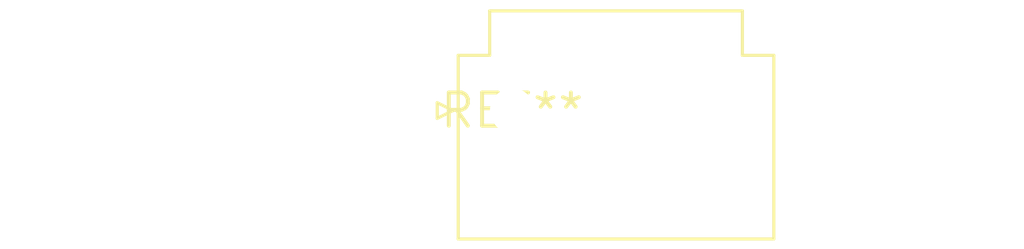
<source format=kicad_pcb>
(kicad_pcb (version 20240108) (generator pcbnew)
  (layers (0 "F.Cu" signal) (31 "B.Cu" signal) (34 "B.Paste" user) (35 "F.Paste" user) (36 "B.SilkS" user "B.Silkscreen") (37 "F.SilkS" user "F.Silkscreen") (38 "B.Mask" user) (39 "F.Mask" user) (44 "Edge.Cuts" user))
  (net 0 "")
  (footprint "JST_VH_B3P-VH_1x03_P3.96mm_Vertical" (layer "F.Cu") (at 0 0)
    (property "Reference" "REF**")
    (property "Value" "JST_VH_B3P-VH_1x03_P3.96mm_Vertical")
    (fp_line (start -2.86 -0.3) (end -2.26 0) (layer "F.SilkS") (stroke (width 0.12)))
    (fp_line (start -2.86 0.3) (end -2.86 -0.3) (layer "F.SilkS") (stroke (width 0.12)))
    (fp_line (start -2.26 0) (end -2.86 0.3) (layer "F.SilkS") (stroke (width 0.12)))
    (fp_line (start -2.06 -2.11) (end -0.86 -2.11) (layer "F.SilkS") (stroke (width 0.12)))
    (fp_line (start -2.06 4.91) (end -2.06 -2.11) (layer "F.SilkS") (stroke (width 0.12)))
    (fp_line (start -0.86 -3.81) (end 8.78 -3.81) (layer "F.SilkS") (stroke (width 0.12)))
    (fp_line (start -0.86 -2.11) (end -0.86 -3.81) (layer "F.SilkS") (stroke (width 0.12)))
    (fp_line (start 8.78 -3.81) (end 8.78 -2.11) (layer "F.SilkS") (stroke (width 0.12)))
    (fp_line (start 8.78 -2.11) (end 9.98 -2.11) (layer "F.SilkS") (stroke (width 0.12)))
    (fp_line (start 9.98 -2.11) (end 9.98 4.91) (layer "F.SilkS") (stroke (width 0.12)))
    (fp_line (start 9.98 4.91) (end -2.06 4.91) (layer "F.SilkS") (stroke (width 0.12)))
    (pad "1" thru_hole roundrect (at 0 0) (size 2.7 2.7) (drill 1.7) (layers *.Cu *.Mask) (remove_unused_layers) (roundrect_rratio 0.092593))
    (pad "2" thru_hole circle (at 3.96 0) (size 2.7 2.7) (drill 1.7) (layers *.Cu *.Mask) (remove_unused_layers))
    (pad "3" thru_hole circle (at 7.92 0) (size 2.7 2.7) (drill 1.7) (layers *.Cu *.Mask) (remove_unused_layers))
  )
)
</source>
